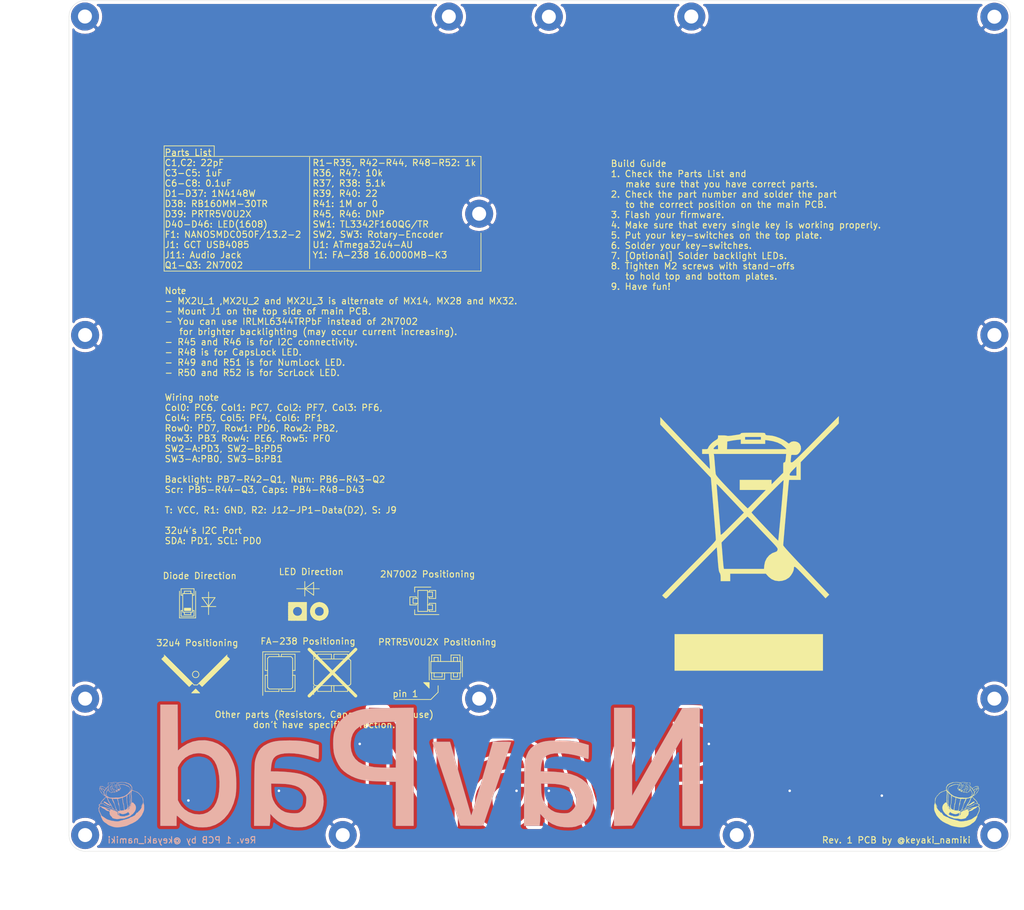
<source format=kicad_pcb>
(kicad_pcb (version 20171130) (host pcbnew 5.1.4)
  (layers (0 F.Cu signal) (31 B.Cu signal) (34 B.Paste user) (35 F.Paste user) (36 B.SilkS user) (37 F.SilkS user) (38 B.Mask user) (39 F.Mask user) (44 Edge.Cuts user))
  (net 0 "")
  (net 1 GND)
  (module Navpad:Navpad-cu (layer F.Cu) (at 147.447 148.844)
    (fp_text reference G*** hide)
    (fp_text value LOGO hide)
    (fp_poly (pts (xy -20.404667 -4.098793) (xy -19.617329 -4.087565) (xy -18.967393 -4.05616) (xy -18.423622 -3.99971) (xy -17.954779 -3.913348) (xy -17.529626 -3.792204) (xy -17.116927 -3.631412) (xy -16.965221 -3.562806) (xy -16.405333 -3.245094) (xy -15.956356 -2.855576) (xy -15.598953 -2.369412) (xy -15.313792 -1.76176) (xy -15.136104 -1.212809) (xy -15.097097 -1.06786) (xy -15.06387 -0.924894) (xy -15.035863 -0.7693) (xy -15.012513 -0.586471) (xy -14.99326 -0.361797) (xy -14.977544 -0.080667) (xy -14.964803 0.271526) (xy -14.954477 0.709393) (xy -14.946004 1.247543) (xy -14.938824 1.900585) (xy -14.932376 2.683129) (xy -14.926099 3.609784) (xy -14.921328 4.3815) (xy -14.891415 9.313334) (xy -17.333651 9.313334) (xy -17.387492 8.920516) (xy -17.417044 8.613923) (xy -17.436601 8.236639) (xy -17.441334 7.976938) (xy -17.441334 7.426177) (xy -17.938224 7.967589) (xy -18.589234 8.556237) (xy -19.340627 9.024673) (xy -20.066 9.321563) (xy -20.591604 9.443724) (xy -21.204156 9.518128) (xy -21.844159 9.542825) (xy -22.452113 9.51587) (xy -22.968522 9.435314) (xy -23.033646 9.418695) (xy -23.757354 9.138766) (xy -24.388515 8.725066) (xy -24.917268 8.191594) (xy -25.333757 7.552352) (xy -25.628122 6.821337) (xy -25.790505 6.012551) (xy -25.820612 5.461) (xy -25.781112 5.025005) (xy -23.110297 5.025005) (xy -23.098073 5.376534) (xy -23.096742 5.399223) (xy -23.05813 5.769945) (xy -22.994469 6.098813) (xy -22.919102 6.319849) (xy -22.69536 6.647742) (xy -22.393607 6.961034) (xy -22.075154 7.199237) (xy -21.973877 7.252415) (xy -21.695382 7.323017) (xy -21.304144 7.349859) (xy -20.850182 7.335887) (xy -20.383517 7.284048) (xy -19.954169 7.19729) (xy -19.70645 7.118847) (xy -19.145816 6.817336) (xy -18.636148 6.380916) (xy -18.204506 5.842315) (xy -17.877947 5.234262) (xy -17.705807 4.699) (xy -17.660389 4.418046) (xy -17.621292 4.035405) (xy -17.594912 3.618722) (xy -17.589706 3.471334) (xy -17.568334 2.667) (xy -18.876226 2.690196) (xy -19.852585 2.737851) (xy -20.680527 2.846372) (xy -21.371288 3.020193) (xy -21.936102 3.263744) (xy -22.386206 3.581459) (xy -22.732834 3.97777) (xy -22.908629 4.280953) (xy -23.026958 4.544882) (xy -23.090387 4.770344) (xy -23.110297 5.025005) (xy -25.781112 5.025005) (xy -25.743562 4.610543) (xy -25.515303 3.830563) (xy -25.141312 3.127323) (xy -24.627066 2.507089) (xy -23.978043 1.976125) (xy -23.199719 1.540695) (xy -22.297573 1.207065) (xy -22.039946 1.136889) (xy -21.558845 1.037763) (xy -20.95101 0.947869) (xy -20.258962 0.871322) (xy -19.525223 0.812239) (xy -18.792315 0.774734) (xy -18.174943 0.762837) (xy -17.511553 0.762) (xy -17.572707 0.105834) (xy -17.656094 -0.500322) (xy -17.788133 -0.968085) (xy -17.983023 -1.324855) (xy -18.254958 -1.598029) (xy -18.550671 -1.781585) (xy -19.040606 -1.959338) (xy -19.658065 -2.064962) (xy -20.378093 -2.099968) (xy -21.17573 -2.065867) (xy -22.026019 -1.964169) (xy -22.904003 -1.796386) (xy -23.784723 -1.564029) (xy -24.16705 -1.441597) (xy -24.502829 -1.330214) (xy -24.77797 -1.243289) (xy -24.953286 -1.192987) (xy -24.99255 -1.185333) (xy -25.018174 -1.264745) (xy -25.039465 -1.48199) (xy -25.054451 -1.805588) (xy -25.061158 -2.204056) (xy -25.061334 -2.282598) (xy -25.061334 -3.379863) (xy -24.509319 -3.550363) (xy -23.748143 -3.763976) (xy -23.018604 -3.919245) (xy -22.272845 -4.022566) (xy -21.463005 -4.080331) (xy -20.541227 -4.098936) (xy -20.404667 -4.098793)) (layer F.Cu) (width 0.01))
    (fp_poly (pts (xy 22.013333 -4.098793) (xy 22.800671 -4.087565) (xy 23.450607 -4.05616) (xy 23.994378 -3.99971) (xy 24.463221 -3.913348) (xy 24.888374 -3.792204) (xy 25.301073 -3.631412) (xy 25.452779 -3.562806) (xy 26.012667 -3.245094) (xy 26.461644 -2.855576) (xy 26.819047 -2.369412) (xy 27.104208 -1.76176) (xy 27.281896 -1.212809) (xy 27.320903 -1.06786) (xy 27.35413 -0.924894) (xy 27.382137 -0.7693) (xy 27.405487 -0.586471) (xy 27.42474 -0.361797) (xy 27.440456 -0.080667) (xy 27.453197 0.271526) (xy 27.463523 0.709393) (xy 27.471996 1.247543) (xy 27.479176 1.900585) (xy 27.485624 2.683129) (xy 27.491901 3.609784) (xy 27.496672 4.3815) (xy 27.526585 9.313334) (xy 25.084349 9.313334) (xy 25.030508 8.920516) (xy 25.000956 8.613923) (xy 24.981399 8.236639) (xy 24.976666 7.976938) (xy 24.976666 7.426177) (xy 24.479776 7.967589) (xy 23.828766 8.556237) (xy 23.077373 9.024673) (xy 22.352 9.321563) (xy 21.826396 9.443724) (xy 21.213844 9.518128) (xy 20.573841 9.542825) (xy 19.965887 9.51587) (xy 19.449478 9.435314) (xy 19.384354 9.418695) (xy 18.660646 9.138766) (xy 18.029485 8.725066) (xy 17.500732 8.191594) (xy 17.084243 7.552352) (xy 16.789878 6.821337) (xy 16.627495 6.012551) (xy 16.597388 5.461) (xy 16.636888 5.025005) (xy 19.307703 5.025005) (xy 19.319927 5.376534) (xy 19.321258 5.399223) (xy 19.35987 5.769945) (xy 19.423531 6.098813) (xy 19.498898 6.319849) (xy 19.72264 6.647742) (xy 20.024393 6.961034) (xy 20.342846 7.199237) (xy 20.444123 7.252415) (xy 20.722618 7.323017) (xy 21.113856 7.349859) (xy 21.567818 7.335887) (xy 22.034483 7.284048) (xy 22.463831 7.19729) (xy 22.71155 7.118847) (xy 23.272184 6.817336) (xy 23.781852 6.380916) (xy 24.213494 5.842315) (xy 24.540053 5.234262) (xy 24.712193 4.699) (xy 24.757611 4.418046) (xy 24.796708 4.035405) (xy 24.823088 3.618722) (xy 24.828294 3.471334) (xy 24.849666 2.667) (xy 23.541774 2.690196) (xy 22.565415 2.737851) (xy 21.737473 2.846372) (xy 21.046712 3.020193) (xy 20.481898 3.263744) (xy 20.031794 3.581459) (xy 19.685166 3.97777) (xy 19.509371 4.280953) (xy 19.391042 4.544882) (xy 19.327613 4.770344) (xy 19.307703 5.025005) (xy 16.636888 5.025005) (xy 16.674438 4.610543) (xy 16.902697 3.830563) (xy 17.276688 3.127323) (xy 17.790934 2.507089) (xy 18.439957 1.976125) (xy 19.218281 1.540695) (xy 20.120427 1.207065) (xy 20.378054 1.136889) (xy 20.859155 1.037763) (xy 21.46699 0.947869) (xy 22.159038 0.871322) (xy 22.892777 0.812239) (xy 23.625685 0.774734) (xy 24.243057 0.762837) (xy 24.906447 0.762) (xy 24.845293 0.105834) (xy 24.761906 -0.500322) (xy 24.629867 -0.968085) (xy 24.434977 -1.324855) (xy 24.163042 -1.598029) (xy 23.867329 -1.781585) (xy 23.377394 -1.959338) (xy 22.759935 -2.064962) (xy 22.039907 -2.099968) (xy 21.24227 -2.065867) (xy 20.391981 -1.964169) (xy 19.513997 -1.796386) (xy 18.633277 -1.564029) (xy 18.25095 -1.441597) (xy 17.915171 -1.330214) (xy 17.64003 -1.243289) (xy 17.464714 -1.192987) (xy 17.42545 -1.185333) (xy 17.399826 -1.264745) (xy 17.378535 -1.48199) (xy 17.363549 -1.805588) (xy 17.356842 -2.204056) (xy 17.356666 -2.282598) (xy 17.356666 -3.379863) (xy 17.908681 -3.550363) (xy 18.669857 -3.763976) (xy 19.399396 -3.919245) (xy 20.145155 -4.022566) (xy 20.954995 -4.080331) (xy 21.876773 -4.098936) (xy 22.013333 -4.098793)) (layer F.Cu) (width 0.01))
    (fp_poly (pts (xy 42.248666 9.313334) (xy 39.708666 9.313334) (xy 39.708666 8.509) (xy 39.703697 8.163372) (xy 39.690341 7.892141) (xy 39.670924 7.732077) (xy 39.65777 7.704667) (xy 39.577421 7.758523) (xy 39.404088 7.902997) (xy 39.167905 8.112448) (xy 39.028507 8.240146) (xy 38.327182 8.801579) (xy 37.609548 9.19968) (xy 36.864921 9.440355) (xy 36.852843 9.442935) (xy 36.252421 9.528499) (xy 35.593375 9.553814) (xy 34.949796 9.519176) (xy 34.429272 9.433222) (xy 33.622544 9.152794) (xy 32.879214 8.724177) (xy 32.209633 8.159994) (xy 31.62415 7.472865) (xy 31.133117 6.675411) (xy 30.746883 5.780255) (xy 30.475799 4.800017) (xy 30.429413 4.555746) (xy 30.362718 4.016567) (xy 30.32588 3.373197) (xy 30.317641 2.670387) (xy 30.326399 2.341399) (xy 32.957865 2.341399) (xy 32.964789 3.177589) (xy 33.031043 3.990625) (xy 33.153364 4.718511) (xy 33.188375 4.864588) (xy 33.457201 5.646209) (xy 33.826383 6.300566) (xy 34.287058 6.821948) (xy 34.830361 7.204643) (xy 35.447426 7.44294) (xy 36.129389 7.531128) (xy 36.867385 7.463494) (xy 37.129711 7.403931) (xy 37.823716 7.139236) (xy 38.438993 6.735471) (xy 38.951652 6.211431) (xy 39.271508 5.718865) (xy 39.497 5.291667) (xy 39.497 0.127) (xy 39.271508 -0.300198) (xy 38.861744 -0.901705) (xy 38.335974 -1.396553) (xy 37.719922 -1.770745) (xy 37.039312 -2.010286) (xy 36.319866 -2.101179) (xy 35.983333 -2.089253) (xy 35.276799 -1.965307) (xy 34.67234 -1.722878) (xy 34.165457 -1.356466) (xy 33.751655 -0.860568) (xy 33.426435 -0.229683) (xy 33.1853 0.541693) (xy 33.023754 1.45906) (xy 33.013536 1.54405) (xy 32.957865 2.341399) (xy 30.326399 2.341399) (xy 30.336742 1.952888) (xy 30.381927 1.265449) (xy 30.451936 0.652821) (xy 30.545512 0.159754) (xy 30.553929 0.127) (xy 30.728646 -0.417111) (xy 30.968378 -0.998872) (xy 31.248275 -1.567913) (xy 31.54349 -2.073863) (xy 31.829172 -2.466352) (xy 31.838839 -2.477584) (xy 32.481139 -3.092717) (xy 33.218098 -3.570462) (xy 34.03821 -3.90535) (xy 34.929967 -4.091912) (xy 35.302137 -4.123677) (xy 36.264143 -4.099429) (xy 37.159449 -3.921136) (xy 37.998647 -3.585413) (xy 38.79233 -3.08888) (xy 38.967293 -2.95339) (xy 39.497 -2.528248) (xy 39.519075 -6.132457) (xy 39.541151 -9.736666) (xy 42.248666 -9.736666) (xy 42.248666 9.313334)) (layer F.Cu) (width 0.01))
    (fp_poly (pts (xy -39.763851 -9.186333) (xy -35.820426 -2.293383) (xy -31.877 4.599567) (xy -31.855339 -2.31455) (xy -31.833677 -9.228666) (xy -29.040667 -9.228666) (xy -29.040667 9.317428) (xy -30.442621 9.294214) (xy -31.844574 9.271) (xy -39.751 -4.529666) (xy -39.794324 9.313334) (xy -42.502667 9.313334) (xy -42.502667 -9.232861) (xy -39.763851 -9.186333)) (layer F.Cu) (width 0.01))
    (fp_poly (pts (xy -9.919152 -3.606835) (xy -9.738987 -2.959496) (xy -9.535168 -2.236176) (xy -9.312046 -1.451653) (xy -9.073971 -0.620706) (xy -8.825295 0.241886) (xy -8.570368 1.121344) (xy -8.313539 2.002889) (xy -8.059159 2.871744) (xy -7.81158 3.713129) (xy -7.575151 4.512265) (xy -7.354222 5.254374) (xy -7.153145 5.924676) (xy -6.976269 6.508394) (xy -6.827945 6.990749) (xy -6.712524 7.356961) (xy -6.634355 7.592252) (xy -6.59779 7.681844) (xy -6.596119 7.681724) (xy -6.564234 7.584876) (xy -6.489789 7.338488) (xy -6.376647 6.955861) (xy -6.228671 6.4503) (xy -6.049725 5.83511) (xy -5.843671 5.123594) (xy -5.614372 4.329055) (xy -5.365692 3.464798) (xy -5.101492 2.544127) (xy -4.900414 1.841846) (xy -3.259667 -3.893975) (xy -1.883834 -3.894321) (xy -1.343386 -3.891245) (xy -0.954097 -3.880779) (xy -0.697899 -3.861532) (xy -0.556725 -3.832115) (xy -0.512506 -3.791138) (xy -0.512513 -3.788833) (xy -0.53968 -3.693911) (xy -0.617045 -3.450793) (xy -0.740549 -3.071691) (xy -0.906134 -2.568814) (xy -1.109739 -1.954372) (xy -1.347306 -1.240577) (xy -1.614775 -0.439637) (xy -1.908087 0.436237) (xy -2.223183 1.374834) (xy -2.556004 2.363944) (xy -2.700942 2.794) (xy -4.884858 9.271) (xy -6.666069 9.293822) (xy -7.261259 9.300462) (xy -7.708971 9.302049) (xy -8.031022 9.297077) (xy -8.249229 9.284039) (xy -8.385411 9.261428) (xy -8.461385 9.227739) (xy -8.498969 9.181464) (xy -8.505285 9.166822) (xy -8.549795 9.041468) (xy -8.641716 8.774171) (xy -8.776132 8.379577) (xy -8.948128 7.872329) (xy -9.152787 7.267073) (xy -9.385194 6.578454) (xy -9.640433 5.821117) (xy -9.913587 5.009706) (xy -10.199741 4.158867) (xy -10.493979 3.283244) (xy -10.791385 2.397483) (xy -11.087043 1.516228) (xy -11.376036 0.654124) (xy -11.65345 -0.174184) (xy -11.914368 -0.954051) (xy -12.153874 -1.670832) (xy -12.367051 -2.309883) (xy -12.548986 -2.856558) (xy -12.69476 -3.296212) (xy -12.799459 -3.6142) (xy -12.858166 -3.795879) (xy -12.869334 -3.833929) (xy -12.789259 -3.853886) (xy -12.567387 -3.871087) (xy -12.231245 -3.884366) (xy -11.808362 -3.892558) (xy -11.43398 -3.894666) (xy -9.998627 -3.894666) (xy -9.919152 -3.606835)) (layer F.Cu) (width 0.01))
    (fp_poly (pts (xy 6.0325 -9.202685) (xy 6.974618 -9.190796) (xy 7.767343 -9.17778) (xy 8.430612 -9.16199) (xy 8.984364 -9.141783) (xy 9.448537 -9.115515) (xy 9.843069 -9.08154) (xy 10.187899 -9.038215) (xy 10.502966 -8.983895) (xy 10.808208 -8.916935) (xy 11.123562 -8.835692) (xy 11.391713 -8.760684) (xy 12.27585 -8.431476) (xy 13.060331 -7.982957) (xy 13.733509 -7.426498) (xy 14.283735 -6.773467) (xy 14.699362 -6.035233) (xy 14.954704 -5.282944) (xy 15.035745 -4.802213) (xy 15.081701 -4.211532) (xy 15.092557 -3.566614) (xy 15.068296 -2.923169) (xy 15.008905 -2.336911) (xy 14.955594 -2.032) (xy 14.791866 -1.466737) (xy 14.545421 -0.864847) (xy 14.245677 -0.287164) (xy 13.92205 0.205479) (xy 13.801371 0.354917) (xy 13.380561 0.759203) (xy 12.842624 1.152817) (xy 12.238287 1.502777) (xy 11.618281 1.776104) (xy 11.611638 1.778534) (xy 11.166307 1.927604) (xy 10.714707 2.047904) (xy 10.230054 2.142982) (xy 9.685568 2.21639) (xy 9.054466 2.271678) (xy 8.309967 2.312397) (xy 7.425288 2.342096) (xy 7.344833 2.344174) (xy 5.249333 2.39726) (xy 5.249333 9.313334) (xy 2.455333 9.313334) (xy 2.455333 0.169334) (xy 5.249333 0.169334) (xy 6.627387 0.169334) (xy 7.163187 0.163524) (xy 7.704751 0.147547) (xy 8.200713 0.123581) (xy 8.599706 0.093804) (xy 8.722887 0.080478) (xy 9.653284 -0.091982) (xy 10.44537 -0.362) (xy 11.099513 -0.729962) (xy 11.61608 -1.196252) (xy 11.995437 -1.761257) (xy 12.23795 -2.425362) (xy 12.343988 -3.188953) (xy 12.340836 -3.72213) (xy 12.236134 -4.490041) (xy 12.009642 -5.142833) (xy 11.657125 -5.687269) (xy 11.174347 -6.13011) (xy 10.637283 -6.441659) (xy 10.280232 -6.593835) (xy 9.914033 -6.714846) (xy 9.511522 -6.808962) (xy 9.045531 -6.880453) (xy 8.488894 -6.933588) (xy 7.814444 -6.972639) (xy 7.090833 -6.999073) (xy 5.249333 -7.054092) (xy 5.249333 0.169334) (xy 2.455333 0.169334) (xy 2.455333 -9.24418) (xy 6.0325 -9.202685)) (layer F.Cu) (width 0.01))
  )
  (module Navpad:Navpad-silk (layer B.Cu) (at 114.427 148.844 180)
    (fp_text reference G*** hide)
    (fp_text value LOGO hide)
  )
  (module Navpad:Navpad-cu (layer B.Cu) (at 114.427 148.844 180)
    (fp_text reference G*** hide)
    (fp_text value LOGO hide)
    (fp_poly (pts (xy 6.0325 9.202685) (xy 6.974618 9.190796) (xy 7.767343 9.17778) (xy 8.430612 9.16199) (xy 8.984364 9.141783) (xy 9.448537 9.115515) (xy 9.843069 9.08154) (xy 10.187899 9.038215) (xy 10.502966 8.983895) (xy 10.808208 8.916935) (xy 11.123562 8.835692) (xy 11.391713 8.760684) (xy 12.27585 8.431476) (xy 13.060331 7.982957) (xy 13.733509 7.426498) (xy 14.283735 6.773467) (xy 14.699362 6.035233) (xy 14.954704 5.282944) (xy 15.035745 4.802213) (xy 15.081701 4.211532) (xy 15.092557 3.566614) (xy 15.068296 2.923169) (xy 15.008905 2.336911) (xy 14.955594 2.032) (xy 14.791866 1.466737) (xy 14.545421 0.864847) (xy 14.245677 0.287164) (xy 13.92205 -0.205479) (xy 13.801371 -0.354917) (xy 13.380561 -0.759203) (xy 12.842624 -1.152817) (xy 12.238287 -1.502777) (xy 11.618281 -1.776104) (xy 11.611638 -1.778534) (xy 11.166307 -1.927604) (xy 10.714707 -2.047904) (xy 10.230054 -2.142982) (xy 9.685568 -2.21639) (xy 9.054466 -2.271678) (xy 8.309967 -2.312397) (xy 7.425288 -2.342096) (xy 7.344833 -2.344174) (xy 5.249333 -2.39726) (xy 5.249333 -9.313334) (xy 2.455333 -9.313334) (xy 2.455333 -0.169334) (xy 5.249333 -0.169334) (xy 6.627387 -0.169334) (xy 7.163187 -0.163524) (xy 7.704751 -0.147547) (xy 8.200713 -0.123581) (xy 8.599706 -0.093804) (xy 8.722887 -0.080478) (xy 9.653284 0.091982) (xy 10.44537 0.362) (xy 11.099513 0.729962) (xy 11.61608 1.196252) (xy 11.995437 1.761257) (xy 12.23795 2.425362) (xy 12.343988 3.188953) (xy 12.340836 3.72213) (xy 12.236134 4.490041) (xy 12.009642 5.142833) (xy 11.657125 5.687269) (xy 11.174347 6.13011) (xy 10.637283 6.441659) (xy 10.280232 6.593835) (xy 9.914033 6.714846) (xy 9.511522 6.808962) (xy 9.045531 6.880453) (xy 8.488894 6.933588) (xy 7.814444 6.972639) (xy 7.090833 6.999073) (xy 5.249333 7.054092) (xy 5.249333 -0.169334) (xy 2.455333 -0.169334) (xy 2.455333 9.24418) (xy 6.0325 9.202685)) (layer B.Cu) (width 0.01))
    (fp_poly (pts (xy -9.919152 3.606835) (xy -9.738987 2.959496) (xy -9.535168 2.236176) (xy -9.312046 1.451653) (xy -9.073971 0.620706) (xy -8.825295 -0.241886) (xy -8.570368 -1.121344) (xy -8.313539 -2.002889) (xy -8.059159 -2.871744) (xy -7.81158 -3.713129) (xy -7.575151 -4.512265) (xy -7.354222 -5.254374) (xy -7.153145 -5.924676) (xy -6.976269 -6.508394) (xy -6.827945 -6.990749) (xy -6.712524 -7.356961) (xy -6.634355 -7.592252) (xy -6.59779 -7.681844) (xy -6.596119 -7.681724) (xy -6.564234 -7.584876) (xy -6.489789 -7.338488) (xy -6.376647 -6.955861) (xy -6.228671 -6.4503) (xy -6.049725 -5.83511) (xy -5.843671 -5.123594) (xy -5.614372 -4.329055) (xy -5.365692 -3.464798) (xy -5.101492 -2.544127) (xy -4.900414 -1.841846) (xy -3.259667 3.893975) (xy -1.883834 3.894321) (xy -1.343386 3.891245) (xy -0.954097 3.880779) (xy -0.697899 3.861532) (xy -0.556725 3.832115) (xy -0.512506 3.791138) (xy -0.512513 3.788833) (xy -0.53968 3.693911) (xy -0.617045 3.450793) (xy -0.740549 3.071691) (xy -0.906134 2.568814) (xy -1.109739 1.954372) (xy -1.347306 1.240577) (xy -1.614775 0.439637) (xy -1.908087 -0.436237) (xy -2.223183 -1.374834) (xy -2.556004 -2.363944) (xy -2.700942 -2.794) (xy -4.884858 -9.271) (xy -6.666069 -9.293822) (xy -7.261259 -9.300462) (xy -7.708971 -9.302049) (xy -8.031022 -9.297077) (xy -8.249229 -9.284039) (xy -8.385411 -9.261428) (xy -8.461385 -9.227739) (xy -8.498969 -9.181464) (xy -8.505285 -9.166822) (xy -8.549795 -9.041468) (xy -8.641716 -8.774171) (xy -8.776132 -8.379577) (xy -8.948128 -7.872329) (xy -9.152787 -7.267073) (xy -9.385194 -6.578454) (xy -9.640433 -5.821117) (xy -9.913587 -5.009706) (xy -10.199741 -4.158867) (xy -10.493979 -3.283244) (xy -10.791385 -2.397483) (xy -11.087043 -1.516228) (xy -11.376036 -0.654124) (xy -11.65345 0.174184) (xy -11.914368 0.954051) (xy -12.153874 1.670832) (xy -12.367051 2.309883) (xy -12.548986 2.856558) (xy -12.69476 3.296212) (xy -12.799459 3.6142) (xy -12.858166 3.795879) (xy -12.869334 3.833929) (xy -12.789259 3.853886) (xy -12.567387 3.871087) (xy -12.231245 3.884366) (xy -11.808362 3.892558) (xy -11.43398 3.894666) (xy -9.998627 3.894666) (xy -9.919152 3.606835)) (layer B.Cu) (width 0.01))
    (fp_poly (pts (xy -39.763851 9.186333) (xy -35.820426 2.293383) (xy -31.877 -4.599567) (xy -31.855339 2.31455) (xy -31.833677 9.228666) (xy -29.040667 9.228666) (xy -29.040667 -9.317428) (xy -30.442621 -9.294214) (xy -31.844574 -9.271) (xy -39.751 4.529666) (xy -39.794324 -9.313334) (xy -42.502667 -9.313334) (xy -42.502667 9.232861) (xy -39.763851 9.186333)) (layer B.Cu) (width 0.01))
    (fp_poly (pts (xy 42.248666 -9.313334) (xy 39.708666 -9.313334) (xy 39.708666 -8.509) (xy 39.703697 -8.163372) (xy 39.690341 -7.892141) (xy 39.670924 -7.732077) (xy 39.65777 -7.704667) (xy 39.577421 -7.758523) (xy 39.404088 -7.902997) (xy 39.167905 -8.112448) (xy 39.028507 -8.240146) (xy 38.327182 -8.801579) (xy 37.609548 -9.19968) (xy 36.864921 -9.440355) (xy 36.852843 -9.442935) (xy 36.252421 -9.528499) (xy 35.593375 -9.553814) (xy 34.949796 -9.519176) (xy 34.429272 -9.433222) (xy 33.622544 -9.152794) (xy 32.879214 -8.724177) (xy 32.209633 -8.159994) (xy 31.62415 -7.472865) (xy 31.133117 -6.675411) (xy 30.746883 -5.780255) (xy 30.475799 -4.800017) (xy 30.429413 -4.555746) (xy 30.362718 -4.016567) (xy 30.32588 -3.373197) (xy 30.317641 -2.670387) (xy 30.326399 -2.341399) (xy 32.957865 -2.341399) (xy 32.964789 -3.177589) (xy 33.031043 -3.990625) (xy 33.153364 -4.718511) (xy 33.188375 -4.864588) (xy 33.457201 -5.646209) (xy 33.826383 -6.300566) (xy 34.287058 -6.821948) (xy 34.830361 -7.204643) (xy 35.447426 -7.44294) (xy 36.129389 -7.531128) (xy 36.867385 -7.463494) (xy 37.129711 -7.403931) (xy 37.823716 -7.139236) (xy 38.438993 -6.735471) (xy 38.951652 -6.211431) (xy 39.271508 -5.718865) (xy 39.497 -5.291667) (xy 39.497 -0.127) (xy 39.271508 0.300198) (xy 38.861744 0.901705) (xy 38.335974 1.396553) (xy 37.719922 1.770745) (xy 37.039312 2.010286) (xy 36.319866 2.101179) (xy 35.983333 2.089253) (xy 35.276799 1.965307) (xy 34.67234 1.722878) (xy 34.165457 1.356466) (xy 33.751655 0.860568) (xy 33.426435 0.229683) (xy 33.1853 -0.541693) (xy 33.023754 -1.45906) (xy 33.013536 -1.54405) (xy 32.957865 -2.341399) (xy 30.326399 -2.341399) (xy 30.336742 -1.952888) (xy 30.381927 -1.265449) (xy 30.451936 -0.652821) (xy 30.545512 -0.159754) (xy 30.553929 -0.127) (xy 30.728646 0.417111) (xy 30.968378 0.998872) (xy 31.248275 1.567913) (xy 31.54349 2.073863) (xy 31.829172 2.466352) (xy 31.838839 2.477584) (xy 32.481139 3.092717) (xy 33.218098 3.570462) (xy 34.03821 3.90535) (xy 34.929967 4.091912) (xy 35.302137 4.123677) (xy 36.264143 4.099429) (xy 37.159449 3.921136) (xy 37.998647 3.585413) (xy 38.79233 3.08888) (xy 38.967293 2.95339) (xy 39.497 2.528248) (xy 39.519075 6.132457) (xy 39.541151 9.736666) (xy 42.248666 9.736666) (xy 42.248666 -9.313334)) (layer B.Cu) (width 0.01))
    (fp_poly (pts (xy 22.013333 4.098793) (xy 22.800671 4.087565) (xy 23.450607 4.05616) (xy 23.994378 3.99971) (xy 24.463221 3.913348) (xy 24.888374 3.792204) (xy 25.301073 3.631412) (xy 25.452779 3.562806) (xy 26.012667 3.245094) (xy 26.461644 2.855576) (xy 26.819047 2.369412) (xy 27.104208 1.76176) (xy 27.281896 1.212809) (xy 27.320903 1.06786) (xy 27.35413 0.924894) (xy 27.382137 0.7693) (xy 27.405487 0.586471) (xy 27.42474 0.361797) (xy 27.440456 0.080667) (xy 27.453197 -0.271526) (xy 27.463523 -0.709393) (xy 27.471996 -1.247543) (xy 27.479176 -1.900585) (xy 27.485624 -2.683129) (xy 27.491901 -3.609784) (xy 27.496672 -4.3815) (xy 27.526585 -9.313334) (xy 25.084349 -9.313334) (xy 25.030508 -8.920516) (xy 25.000956 -8.613923) (xy 24.981399 -8.236639) (xy 24.976666 -7.976938) (xy 24.976666 -7.426177) (xy 24.479776 -7.967589) (xy 23.828766 -8.556237) (xy 23.077373 -9.024673) (xy 22.352 -9.321563) (xy 21.826396 -9.443724) (xy 21.213844 -9.518128) (xy 20.573841 -9.542825) (xy 19.965887 -9.51587) (xy 19.449478 -9.435314) (xy 19.384354 -9.418695) (xy 18.660646 -9.138766) (xy 18.029485 -8.725066) (xy 17.500732 -8.191594) (xy 17.084243 -7.552352) (xy 16.789878 -6.821337) (xy 16.627495 -6.012551) (xy 16.597388 -5.461) (xy 16.636888 -5.025005) (xy 19.307703 -5.025005) (xy 19.319927 -5.376534) (xy 19.321258 -5.399223) (xy 19.35987 -5.769945) (xy 19.423531 -6.098813) (xy 19.498898 -6.319849) (xy 19.72264 -6.647742) (xy 20.024393 -6.961034) (xy 20.342846 -7.199237) (xy 20.444123 -7.252415) (xy 20.722618 -7.323017) (xy 21.113856 -7.349859) (xy 21.567818 -7.335887) (xy 22.034483 -7.284048) (xy 22.463831 -7.19729) (xy 22.71155 -7.118847) (xy 23.272184 -6.817336) (xy 23.781852 -6.380916) (xy 24.213494 -5.842315) (xy 24.540053 -5.234262) (xy 24.712193 -4.699) (xy 24.757611 -4.418046) (xy 24.796708 -4.035405) (xy 24.823088 -3.618722) (xy 24.828294 -3.471334) (xy 24.849666 -2.667) (xy 23.541774 -2.690196) (xy 22.565415 -2.737851) (xy 21.737473 -2.846372) (xy 21.046712 -3.020193) (xy 20.481898 -3.263744) (xy 20.031794 -3.581459) (xy 19.685166 -3.97777) (xy 19.509371 -4.280953) (xy 19.391042 -4.544882) (xy 19.327613 -4.770344) (xy 19.307703 -5.025005) (xy 16.636888 -5.025005) (xy 16.674438 -4.610543) (xy 16.902697 -3.830563) (xy 17.276688 -3.127323) (xy 17.790934 -2.507089) (xy 18.439957 -1.976125) (xy 19.218281 -1.540695) (xy 20.120427 -1.207065) (xy 20.378054 -1.136889) (xy 20.859155 -1.037763) (xy 21.46699 -0.947869) (xy 22.159038 -0.871322) (xy 22.892777 -0.812239) (xy 23.625685 -0.774734) (xy 24.243057 -0.762837) (xy 24.906447 -0.762) (xy 24.845293 -0.105834) (xy 24.761906 0.500322) (xy 24.629867 0.968085) (xy 24.434977 1.324855) (xy 24.163042 1.598029) (xy 23.867329 1.781585) (xy 23.377394 1.959338) (xy 22.759935 2.064962) (xy 22.039907 2.099968) (xy 21.24227 2.065867) (xy 20.391981 1.964169) (xy 19.513997 1.796386) (xy 18.633277 1.564029) (xy 18.25095 1.441597) (xy 17.915171 1.330214) (xy 17.64003 1.243289) (xy 17.464714 1.192987) (xy 17.42545 1.185333) (xy 17.399826 1.264745) (xy 17.378535 1.48199) (xy 17.363549 1.805588) (xy 17.356842 2.204056) (xy 17.356666 2.282598) (xy 17.356666 3.379863) (xy 17.908681 3.550363) (xy 18.669857 3.763976) (xy 19.399396 3.919245) (xy 20.145155 4.022566) (xy 20.954995 4.080331) (xy 21.876773 4.098936) (xy 22.013333 4.098793)) (layer B.Cu) (width 0.01))
    (fp_poly (pts (xy -20.404667 4.098793) (xy -19.617329 4.087565) (xy -18.967393 4.05616) (xy -18.423622 3.99971) (xy -17.954779 3.913348) (xy -17.529626 3.792204) (xy -17.116927 3.631412) (xy -16.965221 3.562806) (xy -16.405333 3.245094) (xy -15.956356 2.855576) (xy -15.598953 2.369412) (xy -15.313792 1.76176) (xy -15.136104 1.212809) (xy -15.097097 1.06786) (xy -15.06387 0.924894) (xy -15.035863 0.7693) (xy -15.012513 0.586471) (xy -14.99326 0.361797) (xy -14.977544 0.080667) (xy -14.964803 -0.271526) (xy -14.954477 -0.709393) (xy -14.946004 -1.247543) (xy -14.938824 -1.900585) (xy -14.932376 -2.683129) (xy -14.926099 -3.609784) (xy -14.921328 -4.3815) (xy -14.891415 -9.313334) (xy -17.333651 -9.313334) (xy -17.387492 -8.920516) (xy -17.417044 -8.613923) (xy -17.436601 -8.236639) (xy -17.441334 -7.976938) (xy -17.441334 -7.426177) (xy -17.938224 -7.967589) (xy -18.589234 -8.556237) (xy -19.340627 -9.024673) (xy -20.066 -9.321563) (xy -20.591604 -9.443724) (xy -21.204156 -9.518128) (xy -21.844159 -9.542825) (xy -22.452113 -9.51587) (xy -22.968522 -9.435314) (xy -23.033646 -9.418695) (xy -23.757354 -9.138766) (xy -24.388515 -8.725066) (xy -24.917268 -8.191594) (xy -25.333757 -7.552352) (xy -25.628122 -6.821337) (xy -25.790505 -6.012551) (xy -25.820612 -5.461) (xy -25.781112 -5.025005) (xy -23.110297 -5.025005) (xy -23.098073 -5.376534) (xy -23.096742 -5.399223) (xy -23.05813 -5.769945) (xy -22.994469 -6.098813) (xy -22.919102 -6.319849) (xy -22.69536 -6.647742) (xy -22.393607 -6.961034) (xy -22.075154 -7.199237) (xy -21.973877 -7.252415) (xy -21.695382 -7.323017) (xy -21.304144 -7.349859) (xy -20.850182 -7.335887) (xy -20.383517 -7.284048) (xy -19.954169 -7.19729) (xy -19.70645 -7.118847) (xy -19.145816 -6.817336) (xy -18.636148 -6.380916) (xy -18.204506 -5.842315) (xy -17.877947 -5.234262) (xy -17.705807 -4.699) (xy -17.660389 -4.418046) (xy -17.621292 -4.035405) (xy -17.594912 -3.618722) (xy -17.589706 -3.471334) (xy -17.568334 -2.667) (xy -18.876226 -2.690196) (xy -19.852585 -2.737851) (xy -20.680527 -2.846372) (xy -21.371288 -3.020193) (xy -21.936102 -3.263744) (xy -22.386206 -3.581459) (xy -22.732834 -3.97777) (xy -22.908629 -4.280953) (xy -23.026958 -4.544882) (xy -23.090387 -4.770344) (xy -23.110297 -5.025005) (xy -25.781112 -5.025005) (xy -25.743562 -4.610543) (xy -25.515303 -3.830563) (xy -25.141312 -3.127323) (xy -24.627066 -2.507089) (xy -23.978043 -1.976125) (xy -23.199719 -1.540695) (xy -22.297573 -1.207065) (xy -22.039946 -1.136889) (xy -21.558845 -1.037763) (xy -20.95101 -0.947869) (xy -20.258962 -0.871322) (xy -19.525223 -0.812239) (xy -18.792315 -0.774734) (xy -18.174943 -0.762837) (xy -17.511553 -0.762) (xy -17.572707 -0.105834) (xy -17.656094 0.500322) (xy -17.788133 0.968085) (xy -17.983023 1.324855) (xy -18.254958 1.598029) (xy -18.550671 1.781585) (xy -19.040606 1.959338) (xy -19.658065 2.064962) (xy -20.378093 2.099968) (xy -21.17573 2.065867) (xy -22.026019 1.964169) (xy -22.904003 1.796386) (xy -23.784723 1.564029) (xy -24.16705 1.441597) (xy -24.502829 1.330214) (xy -24.77797 1.243289) (xy -24.953286 1.192987) (xy -24.99255 1.185333) (xy -25.018174 1.264745) (xy -25.039465 1.48199) (xy -25.054451 1.805588) (xy -25.061158 2.204056) (xy -25.061334 2.282598) (xy -25.061334 3.379863) (xy -24.509319 3.550363) (xy -23.748143 3.763976) (xy -23.018604 3.919245) (xy -22.272845 4.022566) (xy -21.463005 4.080331) (xy -20.541227 4.098936) (xy -20.404667 4.098793)) (layer B.Cu) (width 0.01))
  )
  (module a40:keyaki_namiki-icon (layer B.Cu) (at 66.929 153.67 180)
    (fp_text reference G*** hide)
    (fp_text value LOGO hide)
  )
  (module a40:keyaki_namiki-icon (layer F.Cu) (at 196.469 153.67)
    (fp_text reference G*** hide)
    (fp_text value LOGO hide)
  )
  (module Symbol:WEEE-Logo_28.1x40mm_SilkScreen (layer F.Cu) (at 164.719 113.792)
    (fp_text reference REF** hide)
    (fp_text value WEEE-Logo_28.1x40mm_SilkScreen hide)
  )
  (module Custom_Footprint:MountingHole_2.2mm_M2_Pad-noREFs (layer F.Cu) (at 122.26925 61.976)
    (fp_text reference J6 hide)
    (fp_text value Conn_01x01)
    (pad 1 thru_hole circle (at 0 0) (size 4.4 4.4) (drill 2.2) (layers *.Cu *.Mask) (net 1 GND))
  )
  (module Custom_Footprint:MountingHole_2.2mm_M2_Pad-noREFs (layer F.Cu) (at 203.23175 159.60725)
    (fp_text reference J15 hide)
    (fp_text value Conn_01x01)
    (pad 1 thru_hole circle (at 0 0) (size 4.4 4.4) (drill 2.2) (layers *.Cu *.Mask) (net 1 GND))
  )
  (module Custom_Footprint:MountingHole_2.2mm_M2_Pad-noREFs (layer F.Cu) (at 162.7505 159.60725)
    (fp_text reference J14 hide)
    (fp_text value Conn_01x01)
    (pad 1 thru_hole circle (at 0 0) (size 4.4 4.4) (drill 2.2) (layers *.Cu *.Mask) (net 1 GND))
  )
  (module Custom_Footprint:MountingHole_2.2mm_M2_Pad-noREFs (layer F.Cu) (at 100.838 159.60725)
    (fp_text reference J13 hide)
    (fp_text value Conn_01x01)
    (pad 1 thru_hole circle (at 0 0) (size 4.4 4.4) (drill 2.2) (layers *.Cu *.Mask) (net 1 GND))
  )
  (module Custom_Footprint:MountingHole_2.2mm_M2_Pad-noREFs (layer F.Cu) (at 60.35675 159.60725)
    (fp_text reference J12 hide)
    (fp_text value Conn_01x01)
    (pad 1 thru_hole circle (at 0 0) (size 4.4 4.4) (drill 2.2) (layers *.Cu *.Mask) (net 1 GND))
  )
  (module Custom_Footprint:MountingHole_2.2mm_M2_Pad-noREFs (layer F.Cu) (at 203.23175 138.176)
    (fp_text reference J11 hide)
    (fp_text value Conn_01x01)
    (pad 1 thru_hole circle (at 0 0) (size 4.4 4.4) (drill 2.2) (layers *.Cu *.Mask) (net 1 GND))
  )
  (module Custom_Footprint:MountingHole_2.2mm_M2_Pad-noREFs (layer F.Cu) (at 122.26925 138.176)
    (fp_text reference J10 hide)
    (fp_text value Conn_01x01)
    (pad 1 thru_hole circle (at 0 0) (size 4.4 4.4) (drill 2.2) (layers *.Cu *.Mask) (net 1 GND))
  )
  (module Custom_Footprint:MountingHole_2.2mm_M2_Pad-noREFs (layer F.Cu) (at 60.35675 138.176)
    (fp_text reference J9 hide)
    (fp_text value Conn_01x01)
    (pad 1 thru_hole circle (at 0 0) (size 4.4 4.4) (drill 2.2) (layers *.Cu *.Mask) (net 1 GND))
  )
  (module Custom_Footprint:MountingHole_2.2mm_M2_Pad-noREFs (layer F.Cu) (at 203.23175 81.026)
    (fp_text reference J8 hide)
    (fp_text value Conn_01x01)
    (pad 1 thru_hole circle (at 0 0) (size 4.4 4.4) (drill 2.2) (layers *.Cu *.Mask) (net 1 GND))
  )
  (module Custom_Footprint:MountingHole_2.2mm_M2_Pad-noREFs (layer F.Cu) (at 60.35675 81.026)
    (fp_text reference J7 hide)
    (fp_text value Conn_01x01)
    (pad 1 thru_hole circle (at 0 0) (size 4.4 4.4) (drill 2.2) (layers *.Cu *.Mask) (net 1 GND))
  )
  (module Custom_Footprint:MountingHole_2.2mm_M2_Pad-noREFs (layer F.Cu) (at 203.23175 31.01975)
    (fp_text reference J5 hide)
    (fp_text value Conn_01x01)
    (pad 1 thru_hole circle (at 0 0) (size 4.4 4.4) (drill 2.2) (layers *.Cu *.Mask) (net 1 GND))
  )
  (module Custom_Footprint:MountingHole_2.2mm_M2_Pad-noREFs (layer F.Cu) (at 155.60675 30.988)
    (fp_text reference J4 hide)
    (fp_text value Conn_01x01)
    (pad 1 thru_hole circle (at 0 0) (size 4.4 4.4) (drill 2.2) (layers *.Cu *.Mask) (net 1 GND))
  )
  (module Custom_Footprint:MountingHole_2.2mm_M2_Pad-noREFs (layer F.Cu) (at 133.223 31.01975)
    (fp_text reference J3 hide)
    (fp_text value Conn_01x01)
    (pad 1 thru_hole circle (at 0 0) (size 4.4 4.4) (drill 2.2) (layers *.Cu *.Mask) (net 1 GND))
  )
  (module Custom_Footprint:MountingHole_2.2mm_M2_Pad-noREFs (layer F.Cu) (at 117.50675 30.988)
    (fp_text reference J2 hide)
    (fp_text value Conn_01x01)
    (pad 1 thru_hole circle (at 0 0) (size 4.4 4.4) (drill 2.2) (layers *.Cu *.Mask) (net 1 GND))
  )
  (module Custom_Footprint:MountingHole_2.2mm_M2_Pad-noREFs (layer F.Cu) (at 60.325 30.988)
    (fp_text reference J1 hide)
    (fp_text value Conn_01x01)
    (pad 1 thru_hole circle (at 0 0) (size 4.4 4.4) (drill 2.2) (layers *.Cu *.Mask) (net 1 GND))
  )
  (gr_text "Note\n- MX2U_1 ,MX2U_2 and MX2U_3 is alternate of MX14, MX28 and MX32.\n- Mount J1 on the top side of main PCB.\n- You can use IRLML6344TRPbF instead of 2N7002\n   for brighter backlighting (may occur current increasing).\n- R45 and R46 is for I2C connectivity.\n- R48 is for CapsLock LED.\n- R49 and R51 is for NumLock LED.\n- R50 and R52 is for ScrLock LED." (at 72.771 80.518) (layer F.SilkS) (effects (font (size 1 1)) (justify left)))
  (gr_line (start 122.555 70.993) (end 122.555 65.024) (layer F.SilkS) (width 0.12))
  (gr_line (start 95.631 53.086) (end 95.631 70.612) (layer F.SilkS) (width 0.12))
  (gr_line (start 80.645 52.959) (end 80.645 51.308) (layer F.SilkS) (width 0.12))
  (gr_line (start 72.771 51.308) (end 80.645 51.308) (layer F.SilkS) (width 0.12))
  (gr_line (start 122.555 52.959) (end 72.771 52.959) (layer F.SilkS) (width 0.12))
  (gr_line (start 122.555 58.928) (end 122.555 52.959) (layer F.SilkS) (width 0.12))
  (gr_line (start 72.771 70.993) (end 122.555 70.993) (layer F.SilkS) (width 0.12))
  (gr_line (start 72.771 51.308) (end 72.771 70.993) (layer F.SilkS) (width 0.12))
  (gr_text "R1-R35, R42-R44, R48-R52: 1k\nR36, R47: 10k\nR37, R38: 5.1k\nR39, R40: 22\nR41: 1M or 0\nR45, R46: DNP\nSW1: TL3342F160QG/TR\nSW2, SW3: Rotary-Encoder\nU1: ATmega32u4-AU\nY1: FA-238 16.0000MB-K3" (at 96.012 61.214) (layer F.SilkS) (effects (font (size 1 1)) (justify left)))
  (gr_text "Parts List\nC1,C2: 22pF\nC3-C5: 1uF\nC6-C8: 0.1uF\nD1-D37: 1N4148W\nD38: RB160MM-30TR\nD39: PRTR5V0U2X\nD40-D46: LED(1608)\nF1: NANOSMDC050F/13.2-2\nJ1: GCT USB4085\nJ11: Audio Jack\nQ1-Q3: 2N7002" (at 72.771 61.214) (layer F.SilkS) (effects (font (size 1 1)) (justify left)))
  (gr_text "Rev. 1 PCB by @keyaki_namiki" (at 75.565 160.401) (layer B.SilkS) (effects (font (size 1 1)) (justify mirror)))
  (gr_text "Rev. 1 PCB by @keyaki_namiki" (at 187.833 160.401) (layer F.SilkS) (effects (font (size 1 1))))
  (gr_text "Wiring note\nCol0: PC6, Col1: PC7, Col2: PF7, Col3: PF6,\nCol4: PF5, Col5: PF4, Col6: PF1\nRow0: PD7, Row1: PD6, Row2: PB2,\nRow3: PB3 Row4: PE6, Row5: PF0\nSW2-A:PD3, SW2-B:PD5\nSW3-A:PB0, SW3-B:PB1\n\nBacklight: PB7-R42-Q1, Num: PB6-R43-Q2\nScr: PB5-R44-Q3, Caps: PB4-R48-D43\n\nT: VCC, R1: GND, R2: J12-JP1-Data(D2), S: J9\n\n32u4's I2C Port \nSDA: PD1, SCL: PD0" (at 72.771 102.108) (layer F.SilkS) (effects (font (size 1 1)) (justify left)))
  (gr_text "Build Guide\n1. Check the Parts List and\n   make sure that you have correct parts.\n2. Check the part number and solder the part\n   to the correct position on the main PCB.\n3. Flash your firmware.\n4. Make sure that every single key is working properly.\n5. Put your key-switches on the top plate.\n6. Solder your key-switches.\n7. [Optional] Solder backlight LEDs.\n8. Tighten M2 screws with stand-offs\n   to hold top and bottom plates.\n9. Have fun!" (at 142.875 63.754) (layer F.SilkS) (effects (font (size 1 1)) (justify left)))
  (gr_text "PRTR5V0U2X Positioning" (at 115.697 129.286) (layer F.SilkS) (effects (font (size 1 1))))
  (gr_line (start 114.681 138.303) (end 109.093 138.303) (layer F.SilkS) (width 0.12))
  (gr_text "pin 1" (at 108.585 137.414) (layer F.SilkS) (effects (font (size 1 1)) (justify left)))
  (gr_text "Other parts (Resistors, Capacitors and Fuse)\ndon't have specific direction." (at 97.917 141.478) (layer F.SilkS) (effects (font (size 1 1))))
  (gr_text "FA-238 Positioning" (at 95.377 129.159) (layer F.SilkS) (effects (font (size 1 1))))
  (gr_line (start 88.265 137.668) (end 88.265 130.81) (layer F.SilkS) (width 0.12))
  (gr_line (start 94.107 130.81) (end 88.265 130.81) (layer F.SilkS) (width 0.12))
  (gr_line (start 93.345 137.033) (end 93.345 134.493) (layer F.SilkS) (width 0.12))
  (gr_line (start 93.345 134.493) (end 92.964 134.493) (layer F.SilkS) (width 0.12))
  (gr_line (start 93.345 133.731) (end 92.964 133.731) (layer F.SilkS) (width 0.12))
  (gr_line (start 93.345 131.191) (end 93.345 133.731) (layer F.SilkS) (width 0.12))
  (gr_line (start 93.345 137.033) (end 91.186 137.032999) (layer F.SilkS) (width 0.12))
  (gr_line (start 91.186 136.779) (end 91.186 137.032999) (layer F.SilkS) (width 0.12))
  (gr_line (start 90.805 137.033) (end 90.805 136.779) (layer F.SilkS) (width 0.12))
  (gr_line (start 90.805 137.033) (end 88.646 137.033) (layer F.SilkS) (width 0.12))
  (gr_line (start 89.027 134.493) (end 88.646 134.493) (layer F.SilkS) (width 0.12))
  (gr_line (start 114.935 122.174) (end 114.935 121.412) (layer F.SilkS) (width 0.12))
  (gr_line (start 114.173 122.174) (end 114.935 122.174) (layer F.SilkS) (width 0.12))
  (gr_line (start 111.887 123.19) (end 112.649 123.19) (layer F.SilkS) (width 0.12))
  (gr_line (start 112.649001 122.428) (end 111.887001 122.428) (layer F.SilkS) (width 0.12))
  (gr_line (start 111.887001 122.428) (end 111.887 123.19) (layer F.SilkS) (width 0.12))
  (gr_line (start 112.395 123.19) (end 112.395 123.444) (layer F.SilkS) (width 0.12))
  (gr_line (start 112.395 123.444) (end 111.379 123.443999) (layer F.SilkS) (width 0.12))
  (gr_line (start 111.379 123.444) (end 111.379 122.174) (layer F.SilkS) (width 0.12))
  (gr_line (start 111.379 122.174) (end 112.395 122.174) (layer F.SilkS) (width 0.12))
  (gr_line (start 112.395 122.174) (end 112.395 122.427999) (layer F.SilkS) (width 0.12))
  (gr_line (start 114.427 124.206) (end 114.427 124.46) (layer F.SilkS) (width 0.12))
  (gr_line (start 114.427 124.459999) (end 115.443 124.46) (layer F.SilkS) (width 0.12))
  (gr_line (start 115.443 124.46) (end 115.443 123.19) (layer F.SilkS) (width 0.12))
  (gr_line (start 115.443 123.19) (end 114.427 123.19) (layer F.SilkS) (width 0.12))
  (gr_line (start 114.427 123.19) (end 114.427 123.444) (layer F.SilkS) (width 0.12))
  (gr_line (start 114.427 122.174) (end 114.427 122.428) (layer F.SilkS) (width 0.12))
  (gr_line (start 114.427 122.428) (end 115.443 122.428) (layer F.SilkS) (width 0.12))
  (gr_line (start 115.443 122.428) (end 115.443 121.158) (layer F.SilkS) (width 0.12))
  (gr_text "2N7002 Positioning" (at 114.173 118.618) (layer F.SilkS) (effects (font (size 1 1))))
  (gr_line (start 93.091 125.095) (end 92.329 125.857) (layer F.SilkS) (width 0.12))
  (gr_line (start 92.329 125.476) (end 92.964 124.841) (layer F.SilkS) (width 0.12))
  (gr_line (start 92.964 124.841) (end 92.964 124.714) (layer F.SilkS) (width 0.12))
  (gr_line (start 92.964 124.714) (end 92.329 125.349) (layer F.SilkS) (width 0.12))
  (gr_line (start 92.329 125.349) (end 92.329 125.222) (layer F.SilkS) (width 0.12))
  (gr_line (start 92.329 125.222) (end 92.964 124.587) (layer F.SilkS) (width 0.12))
  (gr_line (start 92.329 125.095) (end 92.837 124.587) (layer F.SilkS) (width 0.12))
  (gr_line (start 92.964 124.587) (end 92.837 124.46) (layer F.SilkS) (width 0.12))
  (gr_text "LED Direction" (at 95.885 118.237) (layer F.SilkS) (effects (font (size 1 1))))
  (gr_line (start 93.599 120.904) (end 97.155 120.904) (layer F.SilkS) (width 0.12))
  (gr_line (start 94.869 119.761) (end 94.869 122.047) (layer F.SilkS) (width 0.12))
  (gr_line (start 94.869 120.904) (end 96.265999 119.888) (layer F.SilkS) (width 0.12))
  (gr_line (start 96.265999 121.92) (end 94.869 120.904) (layer F.SilkS) (width 0.12))
  (gr_line (start 96.265999 119.888) (end 96.265999 121.92) (layer F.SilkS) (width 0.12))
  (gr_line (start 101.6 137.033) (end 99.441 137.033) (layer F.SilkS) (width 0.12))
  (gr_line (start 101.854 130.81) (end 96.266001 130.81) (layer F.SilkS) (width 0.12))
  (gr_line (start 101.6 131.191) (end 99.441 131.191) (layer F.SilkS) (width 0.12))
  (gr_line (start 101.6 137.033) (end 101.6 136.144) (layer F.SilkS) (width 0.12))
  (gr_line (start 95.5675 137.7315) (end 102.87 130.429) (layer F.SilkS) (width 0.5))
  (gr_line (start 102.87 137.7315) (end 95.5675 130.429) (layer F.SilkS) (width 0.5))
  (gr_line (start 102.092592 135.874593) (end 102.092593 132.191592) (layer F.SilkS) (width 0.12))
  (gr_line (start 101.838592 131.937592) (end 96.504592 131.937591) (layer F.SilkS) (width 0.12))
  (gr_line (start 96.250592 132.191591) (end 96.250592 135.874592) (layer F.SilkS) (width 0.12))
  (gr_line (start 96.504592 136.128592) (end 101.838592 136.128592) (layer F.SilkS) (width 0.12))
  (gr_line (start 102.092592 135.874593) (end 101.838592 136.128592) (layer F.SilkS) (width 0.12))
  (gr_line (start 92.329 124.841) (end 92.329 124.968) (layer F.SilkS) (width 0.12))
  (gr_line (start 92.329 124.968) (end 92.964 124.333) (layer F.SilkS) (width 0.12))
  (gr_line (start 92.71 124.587) (end 93.853 125.73) (layer F.SilkS) (width 0.12))
  (gr_line (start 93.98 125.222) (end 93.345 125.857) (layer F.SilkS) (width 0.12))
  (gr_line (start 93.345 125.857) (end 93.218 125.857) (layer F.SilkS) (width 0.12))
  (gr_line (start 93.218 125.857) (end 93.853 125.222) (layer F.SilkS) (width 0.12))
  (gr_line (start 93.599 125.222) (end 92.964 125.857) (layer F.SilkS) (width 0.12))
  (gr_line (start 92.964 125.857) (end 93.091 125.857) (layer F.SilkS) (width 0.12))
  (gr_line (start 93.091 125.857) (end 93.726 125.222) (layer F.SilkS) (width 0.12))
  (gr_line (start 93.472 125.222) (end 92.837 125.857) (layer F.SilkS) (width 0.12))
  (gr_line (start 92.837 125.857) (end 92.71 125.857) (layer F.SilkS) (width 0.12))
  (gr_line (start 92.71 125.857) (end 93.345 125.222) (layer F.SilkS) (width 0.12))
  (gr_line (start 93.345 125.222) (end 93.218 125.222) (layer F.SilkS) (width 0.12))
  (gr_line (start 93.218 125.222) (end 92.583 125.857) (layer F.SilkS) (width 0.12))
  (gr_line (start 96.504592 136.128592) (end 96.250592 135.874592) (layer F.SilkS) (width 0.12))
  (gr_line (start 102.092593 132.191592) (end 101.838592 131.937592) (layer F.SilkS) (width 0.12))
  (gr_line (start 96.250592 132.191591) (end 96.504592 131.937591) (layer F.SilkS) (width 0.12))
  (gr_line (start 114.173 121.158) (end 112.649 121.158) (layer F.SilkS) (width 0.12))
  (gr_line (start 114.173 124.459999) (end 114.173 121.158) (layer F.SilkS) (width 0.12))
  (gr_line (start 112.649 124.459999) (end 114.173 124.459999) (layer F.SilkS) (width 0.12))
  (gr_line (start 112.649 121.158) (end 112.649 124.459999) (layer F.SilkS) (width 0.12))
  (gr_line (start 114.935 124.206) (end 114.935 123.444) (layer F.SilkS) (width 0.12))
  (gr_line (start 114.935 123.444) (end 114.173 123.444) (layer F.SilkS) (width 0.12))
  (gr_line (start 114.173 124.206) (end 114.935 124.206) (layer F.SilkS) (width 0.12))
  (gr_line (start 114.935 121.412) (end 114.173 121.412) (layer F.SilkS) (width 0.12))
  (gr_line (start 95.123 124.714) (end 93.98 125.857) (layer F.SilkS) (width 0.12))
  (gr_line (start 93.98 125.857) (end 93.853 125.857) (layer F.SilkS) (width 0.12))
  (gr_line (start 93.853 125.857) (end 95.123 124.587) (layer F.SilkS) (width 0.12))
  (gr_line (start 95.123 124.46) (end 93.726 125.857) (layer F.SilkS) (width 0.12))
  (gr_line (start 93.726 125.857) (end 93.599 125.857) (layer F.SilkS) (width 0.12))
  (gr_line (start 93.599 125.857) (end 95.123 124.333) (layer F.SilkS) (width 0.12))
  (gr_line (start 92.456 125.857) (end 93.218 125.095) (layer F.SilkS) (width 0.12))
  (gr_line (start 93.218 125.095) (end 93.091 124.968) (layer F.SilkS) (width 0.12))
  (gr_line (start 93.091 124.968) (end 92.329 125.73) (layer F.SilkS) (width 0.12))
  (gr_line (start 92.329 125.73) (end 92.329 125.603) (layer F.SilkS) (width 0.12))
  (gr_line (start 92.329 125.603) (end 92.964 124.968) (layer F.SilkS) (width 0.12))
  (gr_line (start 95.123 125.73) (end 94.996 125.857) (layer F.SilkS) (width 0.12))
  (gr_line (start 94.488 124.333) (end 94.488 124.206) (layer F.SilkS) (width 0.12))
  (gr_line (start 92.964 124.206) (end 92.329 124.841) (layer F.SilkS) (width 0.12))
  (gr_line (start 97.409 125.73) (end 98.425 124.714) (layer F.SilkS) (width 0.12))
  (gr_line (start 97.536 125.73) (end 98.425 124.841) (layer F.SilkS) (width 0.12))
  (gr_line (start 96.393 125.603) (end 96.393 123.317) (layer F.SilkS) (width 0.12))
  (gr_line (start 97.409 123.19) (end 98.425 124.206) (layer F.SilkS) (width 0.12))
  (gr_line (start 97.282 123.19) (end 98.425 124.333) (layer F.SilkS) (width 0.12))
  (gr_line (start 97.155 123.19) (end 98.298 124.333) (layer F.SilkS) (width 0.12))
  (gr_line (start 97.155 123.317) (end 98.298 124.46) (layer F.SilkS) (width 0.12))
  (gr_line (start 97.536 123.19) (end 98.425 124.079) (layer F.SilkS) (width 0.12))
  (gr_line (start 97.663 123.19) (end 98.425 123.952) (layer F.SilkS) (width 0.12))
  (gr_line (start 96.012 125.222) (end 98.298 125.222) (layer F.SilkS) (width 0.12))
  (gr_line (start 95.885 124.714) (end 96.901 125.73) (layer F.SilkS) (width 0.12))
  (gr_line (start 95.885 124.587) (end 96.901 125.603) (layer F.SilkS) (width 0.12))
  (gr_line (start 95.885 124.46) (end 96.901 125.476) (layer F.SilkS) (width 0.12))
  (gr_line (start 95.885 124.333) (end 96.901 125.349) (layer F.SilkS) (width 0.12))
  (gr_line (start 98.298 125.095) (end 98.298 123.698) (layer F.SilkS) (width 0.12))
  (gr_line (start 98.425 124.841) (end 98.425 124.079) (layer F.SilkS) (width 0.12))
  (gr_line (start 96.012 123.825) (end 96.012 125.095) (layer F.SilkS) (width 0.12))
  (gr_line (start 95.885 124.968) (end 95.885 124.079) (layer F.SilkS) (width 0.12))
  (gr_line (start 96.52 123.317) (end 97.79 123.317) (layer F.SilkS) (width 0.12))
  (gr_line (start 95.885 124.079) (end 96.647 123.19) (layer F.SilkS) (width 0.12))
  (gr_line (start 95.885 124.206) (end 96.901 123.19) (layer F.SilkS) (width 0.12))
  (gr_line (start 95.885 124.079) (end 96.774 123.19) (layer F.SilkS) (width 0.12))
  (gr_line (start 95.758 124.46) (end 97.155 123.063) (layer F.SilkS) (width 0.12))
  (gr_line (start 95.885 124.46) (end 97.155 123.19) (layer F.SilkS) (width 0.12))
  (gr_line (start 95.885 124.587) (end 97.155 123.317) (layer F.SilkS) (width 0.12))
  (gr_line (start 97.028 125.73) (end 98.425 124.333) (layer F.SilkS) (width 0.12))
  (gr_line (start 97.155 125.73) (end 98.425 124.46) (layer F.SilkS) (width 0.12))
  (gr_line (start 97.155 125.857) (end 98.552 124.46) (layer F.SilkS) (width 0.12))
  (gr_line (start 95.123 123.952) (end 94.488 124.587) (layer F.SilkS) (width 0.12))
  (gr_line (start 93.472 125.857) (end 95.123 124.206) (layer F.SilkS) (width 0.12))
  (gr_line (start 95.123 124.079) (end 94.488 124.714) (layer F.SilkS) (width 0.12))
  (gr_line (start 94.996 125.857) (end 94.869 125.857) (layer F.SilkS) (width 0.12))
  (gr_line (start 94.869 125.857) (end 95.123 125.603) (layer F.SilkS) (width 0.12))
  (gr_line (start 95.123 125.476) (end 94.742 125.857) (layer F.SilkS) (width 0.12))
  (gr_line (start 94.742 125.857) (end 94.615 125.857) (layer F.SilkS) (width 0.12))
  (gr_line (start 94.615 125.857) (end 95.123 125.349) (layer F.SilkS) (width 0.12))
  (gr_line (start 95.123 125.222) (end 94.488 125.857) (layer F.SilkS) (width 0.12))
  (gr_line (start 94.488 125.857) (end 94.361 125.857) (layer F.SilkS) (width 0.12))
  (gr_line (start 94.361 125.857) (end 95.123 125.095) (layer F.SilkS) (width 0.12))
  (gr_line (start 95.123 124.968) (end 94.234 125.857) (layer F.SilkS) (width 0.12))
  (gr_line (start 94.234 125.857) (end 94.107 125.857) (layer F.SilkS) (width 0.12))
  (gr_line (start 94.107 125.857) (end 95.123 124.841) (layer F.SilkS) (width 0.12))
  (gr_line (start 94.615 123.063) (end 93.98 123.698) (layer F.SilkS) (width 0.12))
  (gr_line (start 94.488 123.063) (end 93.853 123.698) (layer F.SilkS) (width 0.12))
  (gr_line (start 94.742 123.063) (end 94.107 123.698) (layer F.SilkS) (width 0.12))
  (gr_line (start 94.869 123.063) (end 94.234 123.698) (layer F.SilkS) (width 0.12))
  (gr_line (start 94.234 123.698) (end 94.615 124.079) (layer F.SilkS) (width 0.12))
  (gr_line (start 94.615 124.079) (end 95.123 123.571) (layer F.SilkS) (width 0.12))
  (gr_line (start 94.996 123.063) (end 94.361 123.698) (layer F.SilkS) (width 0.12))
  (gr_line (start 95.123 123.063) (end 94.361 123.825) (layer F.SilkS) (width 0.12))
  (gr_line (start 95.123 123.19) (end 94.488 123.825) (layer F.SilkS) (width 0.12))
  (gr_line (start 94.488 123.952) (end 95.123 123.317) (layer F.SilkS) (width 0.12))
  (gr_line (start 95.123 123.444) (end 94.615 123.952) (layer F.SilkS) (width 0.12))
  (gr_line (start 94.107 123.698) (end 94.615 124.206) (layer F.SilkS) (width 0.12))
  (gr_line (start 95.123 123.698) (end 94.488 124.333) (layer F.SilkS) (width 0.12))
  (gr_line (start 95.123 123.825) (end 94.488 124.46) (layer F.SilkS) (width 0.12))
  (gr_line (start 92.329 123.952) (end 93.218 123.063) (layer F.SilkS) (width 0.12))
  (gr_line (start 93.345 123.063) (end 92.329 124.079) (layer F.SilkS) (width 0.12))
  (gr_line (start 92.329 124.079) (end 92.329 124.206) (layer F.SilkS) (width 0.12))
  (gr_line (start 92.329 124.206) (end 93.472 123.063) (layer F.SilkS) (width 0.12))
  (gr_line (start 93.599 123.063) (end 92.329 124.333) (layer F.SilkS) (width 0.12))
  (gr_line (start 92.329 124.333) (end 92.329 124.46) (layer F.SilkS) (width 0.12))
  (gr_line (start 92.329 124.46) (end 93.726 123.063) (layer F.SilkS) (width 0.12))
  (gr_line (start 93.853 123.063) (end 92.329 124.587) (layer F.SilkS) (width 0.12))
  (gr_line (start 92.329 124.587) (end 92.329 124.714) (layer F.SilkS) (width 0.12))
  (gr_line (start 92.329 124.714) (end 93.98 123.063) (layer F.SilkS) (width 0.12))
  (gr_line (start 94.107 123.063) (end 93.472 123.698) (layer F.SilkS) (width 0.12))
  (gr_line (start 93.472 123.698) (end 93.726 123.698) (layer F.SilkS) (width 0.12))
  (gr_line (start 94.234 123.063) (end 93.599 123.698) (layer F.SilkS) (width 0.12))
  (gr_line (start 94.361 123.063) (end 93.726 123.698) (layer F.SilkS) (width 0.12))
  (gr_poly (pts (xy 76.708 136.270999) (xy 77.216 135.763) (xy 72.898 131.445) (xy 72.39 131.953)) (layer F.SilkS) (width 0.1))
  (gr_line (start 92.329 123.063) (end 92.329 125.857) (layer F.SilkS) (width 0.12))
  (gr_line (start 92.329 125.857) (end 95.123 125.857) (layer F.SilkS) (width 0.12))
  (gr_line (start 95.123 125.857) (end 95.123 123.063) (layer F.SilkS) (width 0.12))
  (gr_line (start 95.123 123.063) (end 92.329 123.063) (layer F.SilkS) (width 0.12))
  (gr_circle (center 93.726 124.46) (end 93.726 123.698) (layer F.SilkS) (width 0.12))
  (gr_line (start 92.583 123.063) (end 92.329 123.317) (layer F.SilkS) (width 0.12))
  (gr_line (start 92.329 123.317) (end 95.123 123.317) (layer F.SilkS) (width 0.12))
  (gr_line (start 92.71 123.063) (end 92.329 123.444) (layer F.SilkS) (width 0.12))
  (gr_line (start 92.329 123.571) (end 92.837 123.063) (layer F.SilkS) (width 0.12))
  (gr_line (start 92.964 123.063) (end 92.329 123.698) (layer F.SilkS) (width 0.12))
  (gr_line (start 92.329 123.698) (end 92.329 123.825) (layer F.SilkS) (width 0.12))
  (gr_line (start 93.091 123.063) (end 92.329 123.825) (layer F.SilkS) (width 0.12))
  (gr_line (start 92.456 123.063) (end 92.329 123.19) (layer F.SilkS) (width 0.12))
  (gr_line (start 75.946 124.587) (end 75.946 124.968) (layer F.SilkS) (width 0.12))
  (gr_line (start 75.946 124.968) (end 76.962 124.968) (layer F.SilkS) (width 0.12))
  (gr_line (start 76.962 124.968) (end 76.962 124.587) (layer F.SilkS) (width 0.12))
  (gr_line (start 75.946 121.285) (end 75.946 121.666) (layer F.SilkS) (width 0.12))
  (gr_line (start 76.961999 121.666) (end 76.962 121.285) (layer F.SilkS) (width 0.12))
  (gr_line (start 76.962 121.285) (end 75.946 121.285) (layer F.SilkS) (width 0.12))
  (gr_text "Diode Direction" (at 78.359 118.872) (layer F.SilkS) (effects (font (size 1 1))))
  (gr_text "32u4 Positioning" (at 77.978 129.413) (layer F.SilkS) (effects (font (size 1 1))))
  (gr_line (start 77.978 136.017) (end 82.677 131.318) (layer F.SilkS) (width 0.12))
  (gr_line (start 77.47 136.017) (end 72.771 131.318) (layer F.SilkS) (width 0.12))
  (gr_circle (center 77.724001 134.366) (end 77.724 134.874) (layer F.SilkS) (width 0.12))
  (gr_line (start 77.978 136.017) (end 77.47 136.017) (layer F.SilkS) (width 0.12))
  (gr_poly (pts (xy 77.724 136.652001) (xy 77.089 137.287) (xy 78.358999 137.287)) (layer F.SilkS) (width 0.1))
  (gr_poly (pts (xy 78.232 135.763) (xy 78.74 136.270999) (xy 83.058 131.953) (xy 82.55 131.445)) (layer F.SilkS) (width 0.1))
  (gr_line (start 75.692 124.333) (end 75.438 124.333) (layer F.SilkS) (width 0.12))
  (gr_line (start 75.692 121.666) (end 75.692 124.587) (layer F.SilkS) (width 0.12))
  (gr_line (start 75.692 124.587) (end 77.216 124.587) (layer F.SilkS) (width 0.12))
  (gr_line (start 77.216 124.587) (end 77.216 121.666) (layer F.SilkS) (width 0.12))
  (gr_line (start 77.216 121.666) (end 75.692 121.666) (layer F.SilkS) (width 0.12))
  (gr_line (start 77.47 124.333) (end 77.216 124.333) (layer F.SilkS) (width 0.12))
  (gr_line (start 77.47 121.92) (end 77.216 121.92) (layer F.SilkS) (width 0.12))
  (gr_line (start 75.692 121.92) (end 75.438 121.92) (layer F.SilkS) (width 0.12))
  (gr_poly (pts (xy 75.946 123.952) (xy 75.946 124.333) (xy 76.962 124.333) (xy 76.962 123.952)) (layer F.SilkS) (width 0.1))
  (gr_line (start 78.74 122.301) (end 80.772 122.301) (layer F.SilkS) (width 0.12))
  (gr_line (start 80.772 122.301) (end 79.756 123.698) (layer F.SilkS) (width 0.12))
  (gr_line (start 79.756 123.698) (end 78.74 122.301) (layer F.SilkS) (width 0.12))
  (gr_line (start 79.756 124.968) (end 79.756 121.412) (layer F.SilkS) (width 0.12))
  (gr_line (start 78.613 123.698) (end 80.899 123.698) (layer F.SilkS) (width 0.12))
  (gr_line (start 75.184 121.285) (end 75.184 125.476) (layer F.SilkS) (width 0.12))
  (gr_line (start 75.184 125.476) (end 77.724 125.476) (layer F.SilkS) (width 0.12))
  (gr_line (start 77.724 125.476) (end 77.724 121.285) (layer F.SilkS) (width 0.12))
  (gr_line (start 75.438 120.904) (end 75.438 121.92) (layer F.SilkS) (width 0.12))
  (gr_line (start 77.47 121.92) (end 77.47 120.904) (layer F.SilkS) (width 0.12))
  (gr_line (start 77.47 120.904) (end 75.438 120.904) (layer F.SilkS) (width 0.12))
  (gr_line (start 75.438 124.333) (end 75.438 125.222) (layer F.SilkS) (width 0.12))
  (gr_line (start 75.438 125.222) (end 77.47 125.222) (layer F.SilkS) (width 0.12))
  (gr_line (start 77.47 125.222) (end 77.47 124.333) (layer F.SilkS) (width 0.12))
  (gr_line (start 97.155 123.063) (end 97.155 123.698) (layer F.SilkS) (width 0.12))
  (gr_line (start 96.774 123.19) (end 97.536 123.19) (layer F.SilkS) (width 0.12))
  (gr_line (start 97.536 123.19) (end 98.171 123.571) (layer F.SilkS) (width 0.12))
  (gr_line (start 98.171 123.571) (end 98.552 124.46) (layer F.SilkS) (width 0.12))
  (gr_line (start 98.552 124.46) (end 98.171 125.222) (layer F.SilkS) (width 0.12))
  (gr_line (start 98.171 125.222) (end 97.663 125.73) (layer F.SilkS) (width 0.12))
  (gr_line (start 97.663 125.73) (end 96.774 125.73) (layer F.SilkS) (width 0.12))
  (gr_line (start 96.774 125.73) (end 96.139 125.349) (layer F.SilkS) (width 0.12))
  (gr_line (start 96.139 125.349) (end 95.758 124.46) (layer F.SilkS) (width 0.12))
  (gr_line (start 95.758 124.46) (end 96.139 123.571) (layer F.SilkS) (width 0.12))
  (gr_line (start 96.139 123.571) (end 96.774 123.19) (layer F.SilkS) (width 0.12))
  (gr_line (start 97.155 125.222) (end 97.155 125.857) (layer F.SilkS) (width 0.12))
  (gr_line (start 96.139 125.349) (end 98.171 125.349) (layer F.SilkS) (width 0.12))
  (gr_line (start 96.266 125.476) (end 98.044 125.476) (layer F.SilkS) (width 0.12))
  (gr_line (start 96.52 125.603) (end 97.79 125.603) (layer F.SilkS) (width 0.12))
  (gr_line (start 97.028 125.222) (end 97.028 125.73) (layer F.SilkS) (width 0.12))
  (gr_line (start 97.282 125.222) (end 97.282 125.857) (layer F.SilkS) (width 0.12))
  (gr_line (start 97.409 125.222) (end 97.409 125.73) (layer F.SilkS) (width 0.12))
  (gr_line (start 97.536 125.222) (end 97.536 125.73) (layer F.SilkS) (width 0.12))
  (gr_line (start 97.663 125.095) (end 97.663 125.73) (layer F.SilkS) (width 0.12))
  (gr_line (start 97.79 124.968) (end 97.79 125.603) (layer F.SilkS) (width 0.12))
  (gr_line (start 97.917 123.317) (end 97.917 125.603) (layer F.SilkS) (width 0.12))
  (gr_line (start 98.044 125.476) (end 98.044 123.444) (layer F.SilkS) (width 0.12))
  (gr_line (start 98.044 123.444) (end 96.266 123.444) (layer F.SilkS) (width 0.12))
  (gr_line (start 96.266 123.444) (end 96.266 125.476) (layer F.SilkS) (width 0.12))
  (gr_line (start 96.139 125.349) (end 96.139 123.571) (layer F.SilkS) (width 0.12))
  (gr_line (start 96.139 123.571) (end 98.171 123.571) (layer F.SilkS) (width 0.12))
  (gr_line (start 98.171 123.571) (end 98.171 125.222) (layer F.SilkS) (width 0.12))
  (gr_line (start 89.027 131.826) (end 89.281 131.572) (layer F.SilkS) (width 0.12))
  (gr_line (start 92.71 131.572) (end 92.964 131.825999) (layer F.SilkS) (width 0.12))
  (gr_line (start 99.06 131.191001) (end 96.901 131.191) (layer F.SilkS) (width 0.12))
  (gr_line (start 99.441 136.144) (end 99.441 137.033) (layer F.SilkS) (width 0.12))
  (gr_line (start 101.6 131.191) (end 101.6 131.8895) (layer F.SilkS) (width 0.12))
  (gr_line (start 99.441 131.191) (end 99.441 131.8895) (layer F.SilkS) (width 0.12))
  (gr_line (start 96.266001 131.953) (end 96.266001 130.81) (layer F.SilkS) (width 0.12))
  (gr_line (start 99.06 137.032999) (end 99.059999 136.144) (layer F.SilkS) (width 0.12))
  (gr_line (start 96.901 137.033) (end 96.901 136.144) (layer F.SilkS) (width 0.12))
  (gr_line (start 96.901 131.191) (end 96.901 131.8895) (layer F.SilkS) (width 0.12))
  (gr_line (start 99.06 137.032999) (end 96.901 137.033) (layer F.SilkS) (width 0.12))
  (gr_line (start 99.06 131.8895) (end 99.06 131.191001) (layer F.SilkS) (width 0.12))
  (gr_circle (center 97.155 124.46) (end 97.155 125.857) (layer F.SilkS) (width 0.12))
  (gr_circle (center 97.155 124.46) (end 97.155 123.698) (layer F.SilkS) (width 0.12))
  (gr_line (start 97.155 123.063) (end 96.393 123.317) (layer F.SilkS) (width 0.12))
  (gr_line (start 96.393 123.317) (end 95.885 123.952) (layer F.SilkS) (width 0.12))
  (gr_line (start 95.885 123.952) (end 95.758 124.46) (layer F.SilkS) (width 0.12))
  (gr_line (start 95.758 124.46) (end 95.885 124.968) (layer F.SilkS) (width 0.12))
  (gr_line (start 95.885 124.968) (end 96.393 125.603) (layer F.SilkS) (width 0.12))
  (gr_line (start 96.393 125.603) (end 97.155 125.857) (layer F.SilkS) (width 0.12))
  (gr_line (start 97.155 125.857) (end 97.917 125.603) (layer F.SilkS) (width 0.12))
  (gr_line (start 97.917 125.603) (end 98.425 124.968) (layer F.SilkS) (width 0.12))
  (gr_line (start 98.425 124.968) (end 98.552 124.46) (layer F.SilkS) (width 0.12))
  (gr_line (start 98.552 124.46) (end 98.425 123.952) (layer F.SilkS) (width 0.12))
  (gr_line (start 98.425 123.952) (end 97.917 123.317) (layer F.SilkS) (width 0.12))
  (gr_line (start 97.917 123.317) (end 97.155 123.063) (layer F.SilkS) (width 0.12))
  (gr_line (start 114.808 134.112) (end 114.808 135.128) (layer F.SilkS) (width 0.12))
  (gr_line (start 114.808 135.128) (end 116.84 135.128) (layer F.SilkS) (width 0.12))
  (gr_line (start 116.84 135.128) (end 116.84 134.112) (layer F.SilkS) (width 0.12))
  (gr_line (start 114.808 131.318) (end 114.808 132.334) (layer F.SilkS) (width 0.12))
  (gr_line (start 116.205 131.318) (end 116.205 132.334) (layer F.SilkS) (width 0.12))
  (gr_line (start 117.856 131.318) (end 117.856 132.334) (layer F.SilkS) (width 0.12))
  (gr_line (start 119.253 131.318) (end 119.253 132.334) (layer F.SilkS) (width 0.12))
  (gr_line (start 117.856 135.127999) (end 117.856 134.112) (layer F.SilkS) (width 0.12))
  (gr_line (start 119.253 135.127999) (end 119.253 134.112) (layer F.SilkS) (width 0.12))
  (gr_line (start 117.856 135.127999) (end 119.253 135.127999) (layer F.SilkS) (width 0.12))
  (gr_line (start 117.856 131.318) (end 119.253 131.318) (layer F.SilkS) (width 0.12))
  (gr_line (start 116.205 131.318) (end 114.808 131.318) (layer F.SilkS) (width 0.12))
  (gr_line (start 115.824 136.144) (end 115.824 137.16) (layer F.SilkS) (width 0.12))
  (gr_line (start 115.824 137.16) (end 114.681 138.303) (layer F.SilkS) (width 0.12))
  (gr_line (start 115.189 134.747) (end 116.459 134.747) (layer F.SilkS) (width 0.12))
  (gr_line (start 116.459 134.747) (end 116.459 134.112) (layer F.SilkS) (width 0.12))
  (gr_line (start 118.872 134.112) (end 118.872 134.747) (layer F.SilkS) (width 0.12))
  (gr_line (start 118.872 134.747) (end 118.237 134.747) (layer F.SilkS) (width 0.12))
  (gr_line (start 118.237 134.747) (end 118.237 134.112) (layer F.SilkS) (width 0.12))
  (gr_line (start 118.872 132.334) (end 118.872 131.699) (layer F.SilkS) (width 0.12))
  (gr_line (start 118.872 131.699) (end 118.237 131.699) (layer F.SilkS) (width 0.12))
  (gr_line (start 118.237 131.699) (end 118.237 132.334) (layer F.SilkS) (width 0.12))
  (gr_line (start 115.189 131.699) (end 115.189 132.334) (layer F.SilkS) (width 0.12))
  (gr_line (start 115.824 131.699) (end 115.189 131.699) (layer F.SilkS) (width 0.12))
  (gr_line (start 115.824 132.334) (end 115.824 131.699) (layer F.SilkS) (width 0.12))
  (gr_poly (pts (xy 114.427 135.636) (xy 113.538 135.636) (xy 114.427 136.525)) (layer F.SilkS) (width 0.1))
  (gr_line (start 114.427 135.255) (end 114.427 131.572) (layer F.SilkS) (width 0.12))
  (gr_line (start 119.634 131.572) (end 119.634 134.747) (layer F.SilkS) (width 0.12))
  (gr_line (start 98.171 124.46) (end 97.917 124.206) (layer F.SilkS) (width 0.12))
  (gr_line (start 98.298 124.46) (end 97.917 124.714) (layer F.SilkS) (width 0.12))
  (gr_line (start 97.917 124.714) (end 98.044 124.46) (layer F.SilkS) (width 0.12))
  (gr_line (start 97.155 123.698) (end 97.409 123.571) (layer F.SilkS) (width 0.12))
  (gr_line (start 97.409 123.571) (end 97.409 123.698) (layer F.SilkS) (width 0.12))
  (gr_line (start 97.155 123.698) (end 96.901 123.571) (layer F.SilkS) (width 0.12))
  (gr_line (start 96.901 123.571) (end 96.901 123.698) (layer F.SilkS) (width 0.12))
  (gr_line (start 96.901 123.444) (end 97.409 123.571) (layer F.SilkS) (width 0.12))
  (gr_line (start 114.681 132.334) (end 114.681 134.112) (layer F.SilkS) (width 0.12))
  (gr_line (start 114.681 134.112) (end 119.38 134.112) (layer F.SilkS) (width 0.12))
  (gr_line (start 119.38 134.112) (end 119.38 132.334) (layer F.SilkS) (width 0.12))
  (gr_line (start 119.38 132.334) (end 114.681 132.334) (layer F.SilkS) (width 0.12))
  (gr_line (start 115.189 134.112) (end 115.189 134.747) (layer F.SilkS) (width 0.12))
  (gr_line (start 88.646 131.191) (end 88.646 133.731) (layer F.SilkS) (width 0.12))
  (gr_line (start 89.027 133.731) (end 88.646 133.731) (layer F.SilkS) (width 0.12))
  (gr_line (start 88.646 137.033) (end 88.646 134.493) (layer F.SilkS) (width 0.12))
  (gr_line (start 91.186 131.191001) (end 91.186 131.572) (layer F.SilkS) (width 0.12))
  (gr_line (start 90.805 131.572) (end 90.805 131.191) (layer F.SilkS) (width 0.12))
  (gr_line (start 90.805 131.191) (end 88.646 131.191) (layer F.SilkS) (width 0.12))
  (gr_line (start 93.345 131.191) (end 91.186 131.191001) (layer F.SilkS) (width 0.12))
  (gr_line (start 92.964 136.398001) (end 92.964 131.825999) (layer F.SilkS) (width 0.12))
  (gr_line (start 92.71 131.572) (end 89.281 131.572) (layer F.SilkS) (width 0.12))
  (gr_line (start 89.027 131.826) (end 89.027 136.398) (layer F.SilkS) (width 0.12))
  (gr_line (start 89.281 136.652) (end 92.71 136.652) (layer F.SilkS) (width 0.12))
  (gr_line (start 92.71 136.652) (end 92.964 136.398001) (layer F.SilkS) (width 0.12))
  (gr_line (start 89.281 136.652) (end 89.027 136.398) (layer F.SilkS) (width 0.12))
  (gr_line (start 95.885 124.841) (end 96.774 125.73) (layer F.SilkS) (width 0.12))
  (gr_line (start 97.028 125.73) (end 96.901 125.222) (layer F.SilkS) (width 0.12))
  (gr_line (start 96.901 125.222) (end 96.901 125.73) (layer F.SilkS) (width 0.12))
  (gr_line (start 97.155 125.222) (end 97.028 125.73) (layer F.SilkS) (width 0.12))
  (gr_line (start 97.282 125.222) (end 97.155 125.857) (layer F.SilkS) (width 0.12))
  (gr_line (start 97.409 125.222) (end 97.282 125.857) (layer F.SilkS) (width 0.12))
  (gr_line (start 95.885 124.46) (end 96.393 124.46) (layer F.SilkS) (width 0.12))
  (gr_line (start 96.393 124.46) (end 96.139 124.587) (layer F.SilkS) (width 0.12))
  (gr_line (start 96.139 124.587) (end 96.393 124.587) (layer F.SilkS) (width 0.12))
  (gr_line (start 96.393 124.587) (end 96.266 124.714) (layer F.SilkS) (width 0.12))
  (gr_line (start 96.266 124.714) (end 96.393 124.206) (layer F.SilkS) (width 0.12))
  (gr_line (start 96.393 124.206) (end 96.139 124.46) (layer F.SilkS) (width 0.12))
  (gr_line (start 97.917 124.46) (end 98.298 124.46) (layer F.SilkS) (width 0.12))
  (gr_line (start 97.917 124.333) (end 98.171 124.46) (layer F.SilkS) (width 0.12))
  (gr_line (start 96.266 136.144) (end 96.266 137.541) (layer F.SilkS) (width 0.12))
  (gr_line (start 112.141 124.968) (end 115.951 124.968) (layer F.SilkS) (width 0.12))
  (gr_line (start 112.141 124.206) (end 112.141 124.968) (layer F.SilkS) (width 0.12))
  (gr_line (start 112.141 121.412) (end 112.141 120.65) (layer F.SilkS) (width 0.12))
  (gr_line (start 112.141 120.65) (end 114.681 120.65) (layer F.SilkS) (width 0.12))
  (gr_line (start 114.427 121.158) (end 114.427 121.412) (layer F.SilkS) (width 0.12))
  (gr_line (start 115.443 121.158) (end 114.427 121.158) (layer F.SilkS) (width 0.12))
  (gr_line (start 203.23175 28.47975) (end 60.35675 28.47975) (layer Edge.Cuts) (width 0.05))
  (gr_line (start 205.77175 159.60725) (end 205.77175 31.01975) (layer Edge.Cuts) (width 0.05))
  (gr_line (start 60.35675 162.14725) (end 203.23175 162.14725) (layer Edge.Cuts) (width 0.05))
  (gr_line (start 57.81675 31.01975) (end 57.81675 159.60725) (layer Edge.Cuts) (width 0.05))
  (gr_arc (start 203.23175 31.01975) (end 205.77175 31.01975) (angle -90) (layer Edge.Cuts) (width 0.05))
  (gr_arc (start 60.35675 31.01975) (end 60.35675 28.47975) (angle -90) (layer Edge.Cuts) (width 0.05))
  (gr_arc (start 203.23175 159.60725) (end 203.23175 162.14725) (angle -90) (layer Edge.Cuts) (width 0.05))
  (gr_arc (start 60.35675 159.60725) (end 57.81675 159.60725) (angle -90) (layer Edge.Cuts) (width 0.05))
  (via (at 171.069 152.654) (size 0.6) (drill 0.4) (layers F.Cu B.Cu) (net 1))
  (via (at 90.805 152.654) (size 0.6) (drill 0.4) (layers F.Cu B.Cu) (net 1))
  (via (at 76.581 154.178) (size 0.6) (drill 0.4) (layers F.Cu B.Cu) (net 1))
  (via (at 133.223 152.654) (size 0.6) (drill 0.4) (layers F.Cu B.Cu) (net 1))
  (via (at 128.143 152.654) (size 0.6) (drill 0.4) (layers F.Cu B.Cu) (net 1))
  (via (at 158.369 145.288) (size 0.6) (drill 0.4) (layers F.Cu B.Cu) (net 1))
  (via (at 103.505 145.288) (size 0.6) (drill 0.4) (layers F.Cu B.Cu) (net 1))
  (via (at 185.547 153.416) (size 0.6) (drill 0.4) (layers F.Cu B.Cu) (net 1))
  (zone (net 1) (net_name GND) (layer F.Cu) (connect_pads (clearance 0.508)) (min_thickness 0.254) (fill yes (arc_segments 32) (thermal_gap 0.508) (thermal_bridge_width 0.508))
    (polygon (pts (xy 57.785 28.448) (xy 57.785 162.306) (xy 205.867 162.306) (xy 205.867 28.448)))
  )
  (zone (net 1) (net_name GND) (layer B.Cu) (connect_pads (clearance 0.508)) (min_thickness 0.254) (fill yes (arc_segments 32) (thermal_gap 0.508) (thermal_bridge_width 0.508))
    (polygon (pts (xy 57.785 28.448) (xy 57.785 162.306) (xy 205.867 162.306) (xy 205.867 28.448)))
  )
)
</source>
